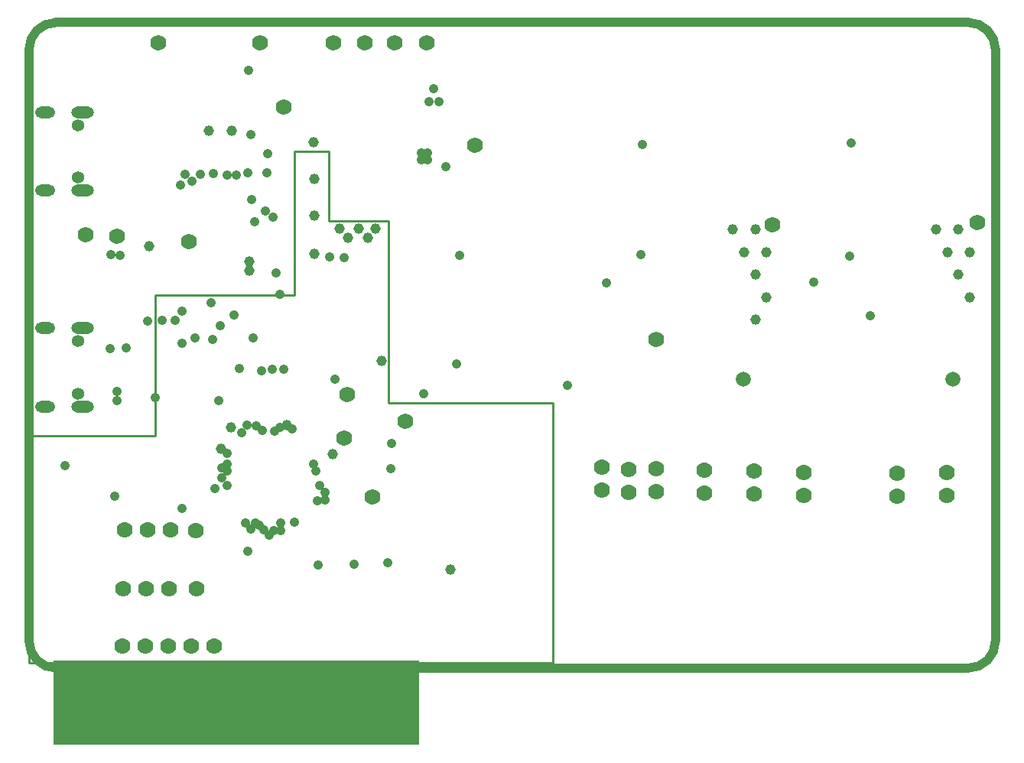
<source format=gbr>
%TF.GenerationSoftware,Altium Limited,Altium Designer,25.6.2 (33)*%
G04 Layer_Physical_Order=2*
G04 Layer_Color=32768*
%FSLAX45Y45*%
%MOMM*%
%TF.SameCoordinates,2E975FAE-7BB7-4674-B285-B64E5795C48D*%
%TF.FilePolarity,Negative*%
%TF.FileFunction,Copper,L2,Inr,Plane*%
%TF.Part,Single*%
G01*
G75*
%TA.AperFunction,NonConductor*%
%ADD86C,1.01600*%
%ADD87C,0.25400*%
%ADD88R,40.57961X9.30000*%
%TA.AperFunction,ComponentPad*%
%ADD89C,1.76200*%
%ADD90C,1.77800*%
%ADD91C,1.66200*%
%ADD92C,1.36200*%
%ADD93O,2.51200X1.31200*%
%ADD94O,2.21200X1.31200*%
%TA.AperFunction,ViaPad*%
%ADD95C,1.16200*%
%ADD96C,1.06200*%
%ADD97C,1.06680*%
D86*
X300000Y6300000D02*
G03*
X0Y6000000I0J-300000D01*
G01*
X10700000D02*
G03*
X10400000Y6300000I-300000J0D01*
G01*
Y-850000D02*
G03*
X10700000Y-550000I0J300000D01*
G01*
X0D02*
G03*
X300000Y-850000I300000J0D01*
G01*
X0Y-550000D02*
Y6000000D01*
X300000Y6300000D02*
X10400000D01*
X10700000Y-550000D02*
Y6000000D01*
X4011014Y-850000D02*
X10400000D01*
X3261014Y-1600000D02*
X4011014Y-850000D01*
X1175288Y-1600000D02*
X3261014D01*
X425287Y-850000D02*
X1175288Y-1600000D01*
X300000Y-850000D02*
X425287D01*
D87*
X0Y-794972D02*
X5800000D01*
X0D02*
Y1720000D01*
X3980000Y2090000D02*
Y4100000D01*
Y2090000D02*
X5800000D01*
Y-794972D02*
Y2090000D01*
X0Y1720000D02*
X1400000D01*
Y2020000D01*
Y2720000D01*
Y3280000D01*
X2940000D01*
Y4600000D01*
Y4870000D01*
X3320000D01*
Y4100000D02*
Y4870000D01*
Y4100000D02*
X3980000D01*
D88*
X2297873Y-1235000D02*
D03*
D89*
X6939904Y2785000D02*
D03*
X2554913Y6075156D02*
D03*
X1434065D02*
D03*
X2823006Y5365700D02*
D03*
X978033Y3935931D02*
D03*
X1766667Y3875000D02*
D03*
X3373223Y6075156D02*
D03*
X4050000D02*
D03*
X3714912D02*
D03*
X4404100D02*
D03*
X4168143Y1879824D02*
D03*
X3803662Y1044851D02*
D03*
X3491264Y1693058D02*
D03*
X4938290Y4943371D02*
D03*
X3524073Y2178717D02*
D03*
X8230000Y4060000D02*
D03*
X10500000Y4087440D02*
D03*
X630584Y3945371D02*
D03*
D90*
X1854586Y26254D02*
D03*
X1554390D02*
D03*
X1046390D02*
D03*
X1300390D02*
D03*
X1846695Y674137D02*
D03*
X1563057Y680688D02*
D03*
X1055057D02*
D03*
X1309057D02*
D03*
X2048695Y-610006D02*
D03*
X1794695D02*
D03*
X1540695D02*
D03*
X1286695D02*
D03*
X1032695D02*
D03*
X10164062Y1062269D02*
D03*
Y1316269D02*
D03*
X9608463Y1052269D02*
D03*
Y1306269D02*
D03*
X8579212Y1064361D02*
D03*
Y1318361D02*
D03*
X8028904Y1081030D02*
D03*
Y1335030D02*
D03*
X7478904Y1086029D02*
D03*
Y1340029D02*
D03*
X6939904Y1101529D02*
D03*
Y1355529D02*
D03*
X6636904Y1351151D02*
D03*
Y1097151D02*
D03*
X6342500Y1118173D02*
D03*
Y1372173D02*
D03*
D91*
X7908000Y2349992D02*
D03*
X10230000D02*
D03*
D92*
X544912Y4580372D02*
D03*
Y5160371D02*
D03*
X544913Y2190000D02*
D03*
Y2770000D02*
D03*
D93*
X594912Y5302872D02*
D03*
Y4437871D02*
D03*
X594912Y2912500D02*
D03*
Y2047500D02*
D03*
D94*
X174912Y4437871D02*
D03*
Y5302872D02*
D03*
X174913Y2047500D02*
D03*
Y2912500D02*
D03*
D95*
X3154831Y3741288D02*
D03*
X3360000Y1520000D02*
D03*
X4670000Y240000D02*
D03*
X3532673Y3912871D02*
D03*
X3750000Y3916220D02*
D03*
X3837197Y4019774D02*
D03*
X3645895Y4020372D02*
D03*
X3438532Y4019774D02*
D03*
X8041440Y4005419D02*
D03*
X8166440Y3755419D02*
D03*
X8041440Y3505419D02*
D03*
X8166440Y3255419D02*
D03*
X8041440Y3005419D02*
D03*
X7791440Y4005419D02*
D03*
X7916440Y3755419D02*
D03*
X10291440Y4005419D02*
D03*
X10416440Y3755419D02*
D03*
X10291440Y3505419D02*
D03*
X10416440Y3255419D02*
D03*
X10041440Y4005419D02*
D03*
X10166440Y3755419D02*
D03*
X2856283Y1841645D02*
D03*
X2123695Y1576946D02*
D03*
X2236950Y1819145D02*
D03*
X2243481Y5096938D02*
D03*
X1330679Y3823788D02*
D03*
X3904912Y2550000D02*
D03*
X3157331Y4564432D02*
D03*
X2442412Y3555371D02*
D03*
Y3655371D02*
D03*
X3154831Y4163789D02*
D03*
X3152331Y4972871D02*
D03*
X1989481Y5098851D02*
D03*
D96*
X3387447Y2352796D02*
D03*
X2456848Y5055371D02*
D03*
X4011014Y1640865D02*
D03*
X4480550Y5565119D02*
D03*
X4005532Y1362334D02*
D03*
X4537450Y5418371D02*
D03*
X3324383Y3707102D02*
D03*
X2417117Y1839490D02*
D03*
X2917301Y1797917D02*
D03*
X2132764Y1255579D02*
D03*
X2062412Y1134083D02*
D03*
X3276359Y1098148D02*
D03*
X2601283Y677901D02*
D03*
X2711973Y672576D02*
D03*
X2788814D02*
D03*
Y754907D02*
D03*
X2656283Y618131D02*
D03*
X2420000Y440000D02*
D03*
X2550853Y728206D02*
D03*
X3221173Y1174324D02*
D03*
X2396297Y754907D02*
D03*
X2456283Y693185D02*
D03*
X2503405Y753639D02*
D03*
X3192161Y1003335D02*
D03*
X3276359Y1013032D02*
D03*
X2356137Y1754558D02*
D03*
X2516347Y1832864D02*
D03*
X2586037Y1778649D02*
D03*
X2716109Y1774490D02*
D03*
X2776283Y1816988D02*
D03*
X2697964Y4144280D02*
D03*
X2618313Y4211593D02*
D03*
X2639912Y4845372D02*
D03*
X2132764Y1370979D02*
D03*
X3148783Y1405171D02*
D03*
X5960000Y2277957D02*
D03*
X8690812Y3422440D02*
D03*
X9310000Y3050000D02*
D03*
X1693371Y916041D02*
D03*
X3973156Y320901D02*
D03*
X3199847Y287386D02*
D03*
X3491264Y3696221D02*
D03*
X3173695Y1331139D02*
D03*
X4427412Y5418371D02*
D03*
X3596173Y298036D02*
D03*
X1731712Y4619031D02*
D03*
X2041481Y4626405D02*
D03*
X1901481Y4617319D02*
D03*
X1804912Y4538371D02*
D03*
X2191481Y4613451D02*
D03*
X2434896Y5770000D02*
D03*
X1680000Y4500371D02*
D03*
X1690000Y2745000D02*
D03*
X2331481Y2466250D02*
D03*
X2014591Y3197857D02*
D03*
X1839555Y2809982D02*
D03*
X1400000Y2148717D02*
D03*
X1475570Y3005000D02*
D03*
X1690000Y3100371D02*
D03*
X1616557Y3000000D02*
D03*
X2032231Y2788250D02*
D03*
X1317263Y2991250D02*
D03*
X2193783Y1531139D02*
D03*
Y1411139D02*
D03*
X2101781Y2110000D02*
D03*
X2116481Y2943910D02*
D03*
X397412Y1394680D02*
D03*
X2193783Y1331139D02*
D03*
X946237Y1056139D02*
D03*
X2193783Y1171299D02*
D03*
X2938710Y765529D02*
D03*
X2576283Y2442421D02*
D03*
X972712Y2210000D02*
D03*
Y2113744D02*
D03*
X1075012Y2692500D02*
D03*
X900000Y2690000D02*
D03*
X1009912Y3720758D02*
D03*
X910000Y3725000D02*
D03*
X2270110Y3060000D02*
D03*
X2481727Y2802500D02*
D03*
X2780813Y3285413D02*
D03*
X2696283Y2455000D02*
D03*
X2821283D02*
D03*
X9101240Y4965641D02*
D03*
X9085000Y3710000D02*
D03*
X6795000Y4945000D02*
D03*
X6774938Y3730503D02*
D03*
X6394091Y3412088D02*
D03*
X4370000Y2190000D02*
D03*
X4613600Y4700372D02*
D03*
X4730000Y2520000D02*
D03*
X4770000Y3720000D02*
D03*
X2494912Y4090372D02*
D03*
X2734912Y3526289D02*
D03*
X2419843Y4632341D02*
D03*
X2462477Y4340372D02*
D03*
X2634912Y4632341D02*
D03*
X2297981Y4613451D02*
D03*
D97*
X4414912Y4778371D02*
D03*
Y4858371D02*
D03*
X4344912D02*
D03*
Y4778371D02*
D03*
%TF.MD5,6a9da6270f85285e96d7ba69e25b22f8*%
M02*

</source>
